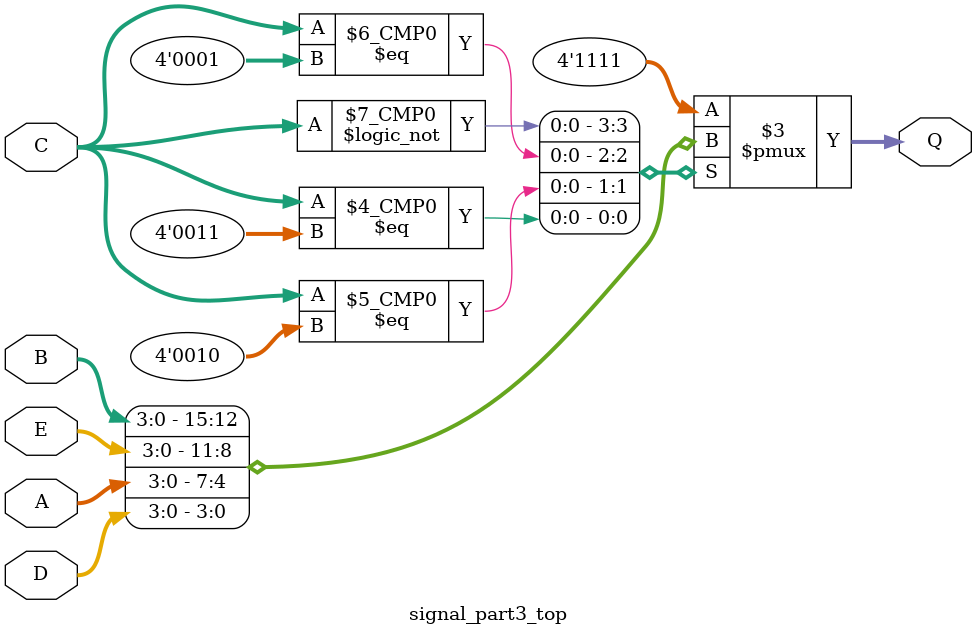
<source format=v>
module signal_part3_top(
    input [3:0] A, B, C, D, E,
    output reg [3:0]Q
);
always @(*) begin
    case(C)
    4'h0: Q = B;
    4'h1: Q = E;
    4'h2: Q = A;
    4'h3: Q = D;
    default: Q = 4'hf;
    endcase
end
endmodule
</source>
